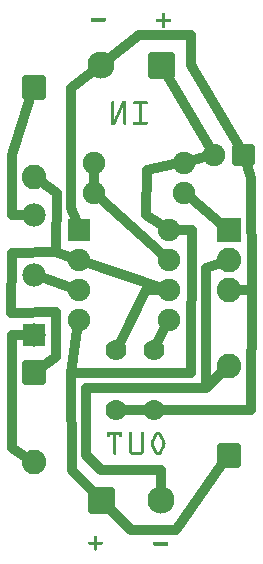
<source format=gbl>
G04 MADE WITH FRITZING*
G04 WWW.FRITZING.ORG*
G04 SINGLE SIDED*
G04 HOLES NOT PLATED*
G04 CONTOUR ON CENTER OF CONTOUR VECTOR*
%ASAXBY*%
%FSLAX23Y23*%
%MOIN*%
%OFA0B0*%
%SFA1.0B1.0*%
%ADD10C,0.075000*%
%ADD11C,0.078000*%
%ADD12C,0.082000*%
%ADD13C,0.070000*%
%ADD14C,0.090551*%
%ADD15R,0.078000X0.078000*%
%ADD16R,0.082000X0.082000*%
%ADD17R,0.075000X0.075000*%
%ADD18C,0.032000*%
%ADD19C,0.020000*%
%ADD20C,0.023622*%
%ADD21R,0.001000X0.001000*%
%LNCOPPER0*%
G90*
G70*
G54D10*
X614Y1309D03*
X314Y1309D03*
G54D11*
X114Y734D03*
X114Y934D03*
X114Y1134D03*
G54D12*
X114Y1559D03*
X114Y1261D03*
X114Y609D03*
X114Y311D03*
X764Y334D03*
X764Y632D03*
X764Y1084D03*
X764Y984D03*
X764Y884D03*
G54D10*
X264Y1084D03*
X564Y1084D03*
X264Y984D03*
X564Y984D03*
X264Y884D03*
X564Y884D03*
X264Y784D03*
X564Y784D03*
G54D13*
X514Y484D03*
X514Y684D03*
X389Y484D03*
X389Y684D03*
G54D10*
X814Y1334D03*
X714Y1334D03*
X314Y1209D03*
X614Y1209D03*
G54D14*
X539Y1634D03*
X339Y1634D03*
X339Y184D03*
X539Y184D03*
G54D15*
X114Y734D03*
G54D16*
X764Y1084D03*
G54D17*
X264Y1084D03*
G54D18*
X839Y484D02*
X546Y484D01*
D02*
X840Y884D02*
X839Y484D01*
D02*
X839Y1259D02*
X840Y884D01*
D02*
X840Y884D02*
X802Y884D01*
D02*
X825Y1302D02*
X839Y1259D01*
D02*
X489Y884D02*
X530Y884D01*
D02*
X403Y713D02*
X489Y884D01*
D02*
X239Y609D02*
X639Y609D01*
D02*
X639Y609D02*
X640Y1084D01*
D02*
X239Y609D02*
X259Y750D01*
D02*
X640Y1084D02*
X598Y1084D01*
D02*
X240Y284D02*
X239Y609D01*
D02*
X312Y211D02*
X240Y284D01*
D02*
X580Y1303D02*
X490Y1284D01*
D02*
X490Y1284D02*
X488Y1134D01*
D02*
X488Y1134D02*
X535Y1103D01*
D02*
X339Y1186D02*
X538Y1007D01*
D02*
X239Y1159D02*
X239Y1559D01*
D02*
X239Y1559D02*
X308Y1611D01*
D02*
X253Y1117D02*
X239Y1159D01*
D02*
X528Y713D02*
X549Y754D01*
D02*
X314Y1243D02*
X314Y1275D01*
D02*
X640Y1187D02*
X735Y1108D01*
D02*
X463Y1734D02*
X369Y1658D01*
D02*
X639Y1734D02*
X463Y1734D01*
D02*
X638Y1634D02*
X639Y1734D01*
D02*
X797Y1364D02*
X638Y1634D01*
D02*
X697Y1364D02*
X558Y1601D01*
D02*
X681Y1326D02*
X647Y1318D01*
D02*
X539Y284D02*
X539Y223D01*
D02*
X339Y284D02*
X539Y284D01*
D02*
X289Y334D02*
X339Y284D01*
D02*
X289Y559D02*
X289Y334D01*
D02*
X689Y559D02*
X289Y559D01*
D02*
X689Y559D02*
X688Y958D01*
D02*
X688Y958D02*
X728Y972D01*
D02*
X737Y606D02*
X689Y559D01*
D02*
X531Y895D02*
X296Y973D01*
D02*
X78Y734D02*
X40Y734D01*
D02*
X40Y734D02*
X40Y358D01*
D02*
X40Y358D02*
X82Y331D01*
D02*
X742Y303D02*
X589Y84D01*
D02*
X589Y84D02*
X439Y84D01*
D02*
X439Y84D02*
X366Y157D01*
D02*
X188Y660D02*
X145Y631D01*
D02*
X188Y810D02*
X188Y660D01*
D02*
X38Y808D02*
X188Y810D01*
D02*
X40Y1008D02*
X38Y808D01*
D02*
X188Y1010D02*
X40Y1008D01*
D02*
X188Y1010D02*
X190Y1208D01*
D02*
X190Y1208D02*
X145Y1240D01*
D02*
X232Y995D02*
X188Y1010D01*
D02*
X231Y895D02*
X148Y923D01*
D02*
X40Y1134D02*
X40Y1334D01*
D02*
X40Y1334D02*
X102Y1523D01*
D02*
X78Y1134D02*
X40Y1134D01*
D02*
X421Y484D02*
X482Y484D01*
G54D19*
X145Y1529D02*
X83Y1529D01*
X83Y1591D01*
X145Y1591D01*
X145Y1529D01*
D02*
X145Y579D02*
X83Y579D01*
X83Y641D01*
X145Y641D01*
X145Y579D01*
D02*
X733Y364D02*
X795Y364D01*
X795Y302D01*
X733Y302D01*
X733Y364D01*
D02*
X786Y1307D02*
X786Y1362D01*
X841Y1362D01*
X841Y1307D01*
X786Y1307D01*
D02*
G54D20*
X572Y1601D02*
X505Y1601D01*
X505Y1668D01*
X572Y1668D01*
X572Y1601D01*
D02*
X305Y218D02*
X372Y218D01*
X372Y151D01*
X305Y151D01*
X305Y218D01*
D02*
G54D21*
X544Y1807D02*
X547Y1807D01*
X543Y1806D02*
X549Y1806D01*
X542Y1805D02*
X550Y1805D01*
X542Y1804D02*
X550Y1804D01*
X541Y1803D02*
X550Y1803D01*
X541Y1802D02*
X550Y1802D01*
X541Y1801D02*
X550Y1801D01*
X541Y1800D02*
X550Y1800D01*
X541Y1799D02*
X550Y1799D01*
X541Y1798D02*
X550Y1798D01*
X541Y1797D02*
X550Y1797D01*
X541Y1796D02*
X550Y1796D01*
X541Y1795D02*
X550Y1795D01*
X541Y1794D02*
X550Y1794D01*
X541Y1793D02*
X550Y1793D01*
X541Y1792D02*
X550Y1792D01*
X307Y1791D02*
X351Y1791D01*
X541Y1791D02*
X550Y1791D01*
X306Y1790D02*
X352Y1790D01*
X541Y1790D02*
X550Y1790D01*
X305Y1789D02*
X353Y1789D01*
X541Y1789D02*
X550Y1789D01*
X305Y1788D02*
X353Y1788D01*
X541Y1788D02*
X550Y1788D01*
X305Y1787D02*
X353Y1787D01*
X524Y1787D02*
X568Y1787D01*
X305Y1786D02*
X353Y1786D01*
X523Y1786D02*
X569Y1786D01*
X305Y1785D02*
X353Y1785D01*
X522Y1785D02*
X570Y1785D01*
X305Y1784D02*
X353Y1784D01*
X522Y1784D02*
X570Y1784D01*
X305Y1783D02*
X353Y1783D01*
X522Y1783D02*
X570Y1783D01*
X305Y1782D02*
X353Y1782D01*
X522Y1782D02*
X570Y1782D01*
X305Y1781D02*
X353Y1781D01*
X522Y1781D02*
X570Y1781D01*
X305Y1780D02*
X353Y1780D01*
X522Y1780D02*
X569Y1780D01*
X306Y1779D02*
X352Y1779D01*
X523Y1779D02*
X569Y1779D01*
X308Y1778D02*
X350Y1778D01*
X525Y1778D02*
X567Y1778D01*
X541Y1777D02*
X550Y1777D01*
X541Y1776D02*
X550Y1776D01*
X541Y1775D02*
X550Y1775D01*
X541Y1774D02*
X550Y1774D01*
X541Y1773D02*
X550Y1773D01*
X541Y1772D02*
X550Y1772D01*
X541Y1771D02*
X550Y1771D01*
X541Y1770D02*
X550Y1770D01*
X541Y1769D02*
X550Y1769D01*
X541Y1768D02*
X550Y1768D01*
X541Y1767D02*
X550Y1767D01*
X541Y1766D02*
X550Y1766D01*
X541Y1765D02*
X550Y1765D01*
X541Y1764D02*
X550Y1764D01*
X541Y1763D02*
X550Y1763D01*
X541Y1762D02*
X550Y1762D01*
X542Y1761D02*
X550Y1761D01*
X542Y1760D02*
X549Y1760D01*
X543Y1759D02*
X549Y1759D01*
X545Y1758D02*
X547Y1758D01*
X375Y1512D02*
X379Y1512D01*
X408Y1512D02*
X421Y1512D01*
X447Y1512D02*
X491Y1512D01*
X374Y1511D02*
X380Y1511D01*
X408Y1511D02*
X421Y1511D01*
X446Y1511D02*
X492Y1511D01*
X373Y1510D02*
X381Y1510D01*
X408Y1510D02*
X421Y1510D01*
X445Y1510D02*
X493Y1510D01*
X372Y1509D02*
X381Y1509D01*
X407Y1509D02*
X421Y1509D01*
X445Y1509D02*
X493Y1509D01*
X372Y1508D02*
X381Y1508D01*
X407Y1508D02*
X421Y1508D01*
X445Y1508D02*
X493Y1508D01*
X372Y1507D02*
X381Y1507D01*
X406Y1507D02*
X421Y1507D01*
X445Y1507D02*
X493Y1507D01*
X372Y1506D02*
X381Y1506D01*
X406Y1506D02*
X421Y1506D01*
X445Y1506D02*
X493Y1506D01*
X372Y1505D02*
X381Y1505D01*
X405Y1505D02*
X421Y1505D01*
X445Y1505D02*
X492Y1505D01*
X372Y1504D02*
X381Y1504D01*
X405Y1504D02*
X421Y1504D01*
X446Y1504D02*
X492Y1504D01*
X372Y1503D02*
X381Y1503D01*
X404Y1503D02*
X421Y1503D01*
X448Y1503D02*
X490Y1503D01*
X372Y1502D02*
X381Y1502D01*
X404Y1502D02*
X421Y1502D01*
X464Y1502D02*
X473Y1502D01*
X372Y1501D02*
X381Y1501D01*
X404Y1501D02*
X421Y1501D01*
X464Y1501D02*
X473Y1501D01*
X372Y1500D02*
X381Y1500D01*
X403Y1500D02*
X421Y1500D01*
X464Y1500D02*
X473Y1500D01*
X372Y1499D02*
X381Y1499D01*
X403Y1499D02*
X421Y1499D01*
X464Y1499D02*
X473Y1499D01*
X372Y1498D02*
X381Y1498D01*
X402Y1498D02*
X421Y1498D01*
X464Y1498D02*
X473Y1498D01*
X372Y1497D02*
X381Y1497D01*
X402Y1497D02*
X421Y1497D01*
X464Y1497D02*
X473Y1497D01*
X372Y1496D02*
X381Y1496D01*
X401Y1496D02*
X421Y1496D01*
X464Y1496D02*
X473Y1496D01*
X372Y1495D02*
X381Y1495D01*
X401Y1495D02*
X421Y1495D01*
X464Y1495D02*
X473Y1495D01*
X372Y1494D02*
X381Y1494D01*
X400Y1494D02*
X421Y1494D01*
X464Y1494D02*
X473Y1494D01*
X372Y1493D02*
X381Y1493D01*
X400Y1493D02*
X410Y1493D01*
X412Y1493D02*
X421Y1493D01*
X464Y1493D02*
X473Y1493D01*
X372Y1492D02*
X381Y1492D01*
X400Y1492D02*
X410Y1492D01*
X412Y1492D02*
X421Y1492D01*
X464Y1492D02*
X473Y1492D01*
X372Y1491D02*
X381Y1491D01*
X399Y1491D02*
X409Y1491D01*
X412Y1491D02*
X421Y1491D01*
X464Y1491D02*
X473Y1491D01*
X372Y1490D02*
X381Y1490D01*
X399Y1490D02*
X409Y1490D01*
X412Y1490D02*
X421Y1490D01*
X464Y1490D02*
X473Y1490D01*
X372Y1489D02*
X381Y1489D01*
X398Y1489D02*
X408Y1489D01*
X412Y1489D02*
X421Y1489D01*
X464Y1489D02*
X473Y1489D01*
X372Y1488D02*
X381Y1488D01*
X398Y1488D02*
X408Y1488D01*
X412Y1488D02*
X421Y1488D01*
X464Y1488D02*
X473Y1488D01*
X372Y1487D02*
X381Y1487D01*
X397Y1487D02*
X408Y1487D01*
X412Y1487D02*
X421Y1487D01*
X464Y1487D02*
X473Y1487D01*
X372Y1486D02*
X381Y1486D01*
X397Y1486D02*
X407Y1486D01*
X412Y1486D02*
X421Y1486D01*
X464Y1486D02*
X473Y1486D01*
X372Y1485D02*
X381Y1485D01*
X397Y1485D02*
X407Y1485D01*
X412Y1485D02*
X421Y1485D01*
X464Y1485D02*
X473Y1485D01*
X372Y1484D02*
X381Y1484D01*
X396Y1484D02*
X406Y1484D01*
X412Y1484D02*
X421Y1484D01*
X464Y1484D02*
X473Y1484D01*
X372Y1483D02*
X381Y1483D01*
X396Y1483D02*
X406Y1483D01*
X412Y1483D02*
X421Y1483D01*
X464Y1483D02*
X473Y1483D01*
X372Y1482D02*
X381Y1482D01*
X395Y1482D02*
X405Y1482D01*
X412Y1482D02*
X421Y1482D01*
X464Y1482D02*
X473Y1482D01*
X372Y1481D02*
X381Y1481D01*
X395Y1481D02*
X405Y1481D01*
X412Y1481D02*
X421Y1481D01*
X464Y1481D02*
X473Y1481D01*
X372Y1480D02*
X381Y1480D01*
X394Y1480D02*
X404Y1480D01*
X412Y1480D02*
X421Y1480D01*
X464Y1480D02*
X473Y1480D01*
X372Y1479D02*
X381Y1479D01*
X394Y1479D02*
X404Y1479D01*
X412Y1479D02*
X421Y1479D01*
X464Y1479D02*
X473Y1479D01*
X372Y1478D02*
X381Y1478D01*
X393Y1478D02*
X404Y1478D01*
X412Y1478D02*
X421Y1478D01*
X464Y1478D02*
X473Y1478D01*
X372Y1477D02*
X381Y1477D01*
X393Y1477D02*
X403Y1477D01*
X412Y1477D02*
X421Y1477D01*
X464Y1477D02*
X473Y1477D01*
X372Y1476D02*
X381Y1476D01*
X393Y1476D02*
X403Y1476D01*
X412Y1476D02*
X421Y1476D01*
X464Y1476D02*
X473Y1476D01*
X372Y1475D02*
X381Y1475D01*
X392Y1475D02*
X402Y1475D01*
X412Y1475D02*
X421Y1475D01*
X464Y1475D02*
X473Y1475D01*
X372Y1474D02*
X381Y1474D01*
X392Y1474D02*
X402Y1474D01*
X412Y1474D02*
X421Y1474D01*
X464Y1474D02*
X473Y1474D01*
X372Y1473D02*
X381Y1473D01*
X391Y1473D02*
X401Y1473D01*
X412Y1473D02*
X421Y1473D01*
X464Y1473D02*
X473Y1473D01*
X372Y1472D02*
X381Y1472D01*
X391Y1472D02*
X401Y1472D01*
X412Y1472D02*
X421Y1472D01*
X464Y1472D02*
X473Y1472D01*
X372Y1471D02*
X381Y1471D01*
X390Y1471D02*
X401Y1471D01*
X412Y1471D02*
X421Y1471D01*
X464Y1471D02*
X473Y1471D01*
X372Y1470D02*
X381Y1470D01*
X390Y1470D02*
X400Y1470D01*
X412Y1470D02*
X421Y1470D01*
X464Y1470D02*
X473Y1470D01*
X372Y1469D02*
X381Y1469D01*
X390Y1469D02*
X400Y1469D01*
X412Y1469D02*
X421Y1469D01*
X464Y1469D02*
X473Y1469D01*
X372Y1468D02*
X381Y1468D01*
X389Y1468D02*
X399Y1468D01*
X412Y1468D02*
X421Y1468D01*
X464Y1468D02*
X473Y1468D01*
X372Y1467D02*
X381Y1467D01*
X389Y1467D02*
X399Y1467D01*
X412Y1467D02*
X421Y1467D01*
X464Y1467D02*
X473Y1467D01*
X372Y1466D02*
X381Y1466D01*
X388Y1466D02*
X398Y1466D01*
X412Y1466D02*
X421Y1466D01*
X464Y1466D02*
X473Y1466D01*
X372Y1465D02*
X381Y1465D01*
X388Y1465D02*
X398Y1465D01*
X412Y1465D02*
X421Y1465D01*
X464Y1465D02*
X473Y1465D01*
X372Y1464D02*
X381Y1464D01*
X387Y1464D02*
X397Y1464D01*
X412Y1464D02*
X421Y1464D01*
X464Y1464D02*
X473Y1464D01*
X372Y1463D02*
X381Y1463D01*
X387Y1463D02*
X397Y1463D01*
X412Y1463D02*
X421Y1463D01*
X464Y1463D02*
X473Y1463D01*
X372Y1462D02*
X381Y1462D01*
X386Y1462D02*
X397Y1462D01*
X412Y1462D02*
X421Y1462D01*
X464Y1462D02*
X473Y1462D01*
X372Y1461D02*
X381Y1461D01*
X386Y1461D02*
X396Y1461D01*
X412Y1461D02*
X421Y1461D01*
X464Y1461D02*
X473Y1461D01*
X372Y1460D02*
X381Y1460D01*
X386Y1460D02*
X396Y1460D01*
X412Y1460D02*
X421Y1460D01*
X464Y1460D02*
X473Y1460D01*
X372Y1459D02*
X381Y1459D01*
X385Y1459D02*
X395Y1459D01*
X412Y1459D02*
X421Y1459D01*
X464Y1459D02*
X473Y1459D01*
X372Y1458D02*
X381Y1458D01*
X385Y1458D02*
X395Y1458D01*
X412Y1458D02*
X421Y1458D01*
X464Y1458D02*
X473Y1458D01*
X372Y1457D02*
X381Y1457D01*
X384Y1457D02*
X394Y1457D01*
X412Y1457D02*
X421Y1457D01*
X464Y1457D02*
X473Y1457D01*
X372Y1456D02*
X381Y1456D01*
X384Y1456D02*
X394Y1456D01*
X412Y1456D02*
X421Y1456D01*
X464Y1456D02*
X473Y1456D01*
X372Y1455D02*
X381Y1455D01*
X383Y1455D02*
X394Y1455D01*
X412Y1455D02*
X421Y1455D01*
X464Y1455D02*
X473Y1455D01*
X372Y1454D02*
X381Y1454D01*
X383Y1454D02*
X393Y1454D01*
X412Y1454D02*
X421Y1454D01*
X464Y1454D02*
X473Y1454D01*
X372Y1453D02*
X393Y1453D01*
X412Y1453D02*
X421Y1453D01*
X464Y1453D02*
X473Y1453D01*
X372Y1452D02*
X392Y1452D01*
X412Y1452D02*
X421Y1452D01*
X464Y1452D02*
X473Y1452D01*
X372Y1451D02*
X392Y1451D01*
X412Y1451D02*
X421Y1451D01*
X464Y1451D02*
X473Y1451D01*
X372Y1450D02*
X391Y1450D01*
X412Y1450D02*
X421Y1450D01*
X464Y1450D02*
X473Y1450D01*
X372Y1449D02*
X391Y1449D01*
X412Y1449D02*
X421Y1449D01*
X464Y1449D02*
X473Y1449D01*
X372Y1448D02*
X390Y1448D01*
X412Y1448D02*
X421Y1448D01*
X464Y1448D02*
X473Y1448D01*
X372Y1447D02*
X390Y1447D01*
X412Y1447D02*
X421Y1447D01*
X464Y1447D02*
X473Y1447D01*
X372Y1446D02*
X390Y1446D01*
X412Y1446D02*
X421Y1446D01*
X464Y1446D02*
X473Y1446D01*
X372Y1445D02*
X389Y1445D01*
X412Y1445D02*
X421Y1445D01*
X464Y1445D02*
X474Y1445D01*
X372Y1444D02*
X389Y1444D01*
X412Y1444D02*
X421Y1444D01*
X447Y1444D02*
X491Y1444D01*
X372Y1443D02*
X388Y1443D01*
X412Y1443D02*
X421Y1443D01*
X446Y1443D02*
X492Y1443D01*
X372Y1442D02*
X388Y1442D01*
X412Y1442D02*
X421Y1442D01*
X445Y1442D02*
X493Y1442D01*
X372Y1441D02*
X387Y1441D01*
X412Y1441D02*
X421Y1441D01*
X445Y1441D02*
X493Y1441D01*
X372Y1440D02*
X387Y1440D01*
X412Y1440D02*
X421Y1440D01*
X445Y1440D02*
X493Y1440D01*
X372Y1439D02*
X386Y1439D01*
X412Y1439D02*
X421Y1439D01*
X445Y1439D02*
X493Y1439D01*
X372Y1438D02*
X386Y1438D01*
X412Y1438D02*
X421Y1438D01*
X445Y1438D02*
X493Y1438D01*
X372Y1437D02*
X386Y1437D01*
X413Y1437D02*
X420Y1437D01*
X445Y1437D02*
X492Y1437D01*
X372Y1436D02*
X385Y1436D01*
X414Y1436D02*
X419Y1436D01*
X446Y1436D02*
X492Y1436D01*
X372Y1435D02*
X385Y1435D01*
X415Y1435D02*
X418Y1435D01*
X448Y1435D02*
X490Y1435D01*
X359Y410D02*
X408Y410D01*
X434Y410D02*
X438Y410D01*
X474Y410D02*
X478Y410D01*
X524Y410D02*
X532Y410D01*
X359Y409D02*
X408Y409D01*
X433Y409D02*
X439Y409D01*
X472Y409D02*
X479Y409D01*
X522Y409D02*
X534Y409D01*
X359Y408D02*
X408Y408D01*
X432Y408D02*
X440Y408D01*
X472Y408D02*
X480Y408D01*
X521Y408D02*
X536Y408D01*
X359Y407D02*
X408Y407D01*
X432Y407D02*
X440Y407D01*
X471Y407D02*
X480Y407D01*
X520Y407D02*
X537Y407D01*
X359Y406D02*
X408Y406D01*
X431Y406D02*
X441Y406D01*
X471Y406D02*
X480Y406D01*
X519Y406D02*
X538Y406D01*
X359Y405D02*
X408Y405D01*
X431Y405D02*
X441Y405D01*
X471Y405D02*
X480Y405D01*
X518Y405D02*
X539Y405D01*
X359Y404D02*
X408Y404D01*
X431Y404D02*
X441Y404D01*
X471Y404D02*
X480Y404D01*
X517Y404D02*
X539Y404D01*
X359Y403D02*
X408Y403D01*
X431Y403D02*
X441Y403D01*
X471Y403D02*
X480Y403D01*
X517Y403D02*
X540Y403D01*
X359Y402D02*
X408Y402D01*
X431Y402D02*
X441Y402D01*
X471Y402D02*
X480Y402D01*
X516Y402D02*
X540Y402D01*
X359Y401D02*
X408Y401D01*
X431Y401D02*
X441Y401D01*
X471Y401D02*
X480Y401D01*
X516Y401D02*
X541Y401D01*
X359Y400D02*
X368Y400D01*
X379Y400D02*
X388Y400D01*
X399Y400D02*
X408Y400D01*
X431Y400D02*
X441Y400D01*
X471Y400D02*
X480Y400D01*
X515Y400D02*
X526Y400D01*
X530Y400D02*
X541Y400D01*
X359Y399D02*
X368Y399D01*
X379Y399D02*
X388Y399D01*
X399Y399D02*
X408Y399D01*
X431Y399D02*
X441Y399D01*
X471Y399D02*
X480Y399D01*
X515Y399D02*
X525Y399D01*
X531Y399D02*
X542Y399D01*
X359Y398D02*
X368Y398D01*
X379Y398D02*
X388Y398D01*
X399Y398D02*
X408Y398D01*
X431Y398D02*
X441Y398D01*
X471Y398D02*
X480Y398D01*
X514Y398D02*
X525Y398D01*
X532Y398D02*
X542Y398D01*
X359Y397D02*
X368Y397D01*
X379Y397D02*
X388Y397D01*
X399Y397D02*
X408Y397D01*
X431Y397D02*
X441Y397D01*
X471Y397D02*
X480Y397D01*
X514Y397D02*
X524Y397D01*
X532Y397D02*
X543Y397D01*
X359Y396D02*
X368Y396D01*
X379Y396D02*
X388Y396D01*
X399Y396D02*
X408Y396D01*
X431Y396D02*
X441Y396D01*
X471Y396D02*
X480Y396D01*
X513Y396D02*
X524Y396D01*
X533Y396D02*
X543Y396D01*
X360Y395D02*
X368Y395D01*
X379Y395D02*
X388Y395D01*
X400Y395D02*
X407Y395D01*
X431Y395D02*
X441Y395D01*
X471Y395D02*
X480Y395D01*
X513Y395D02*
X523Y395D01*
X533Y395D02*
X544Y395D01*
X361Y394D02*
X367Y394D01*
X379Y394D02*
X388Y394D01*
X400Y394D02*
X407Y394D01*
X431Y394D02*
X441Y394D01*
X471Y394D02*
X480Y394D01*
X512Y394D02*
X523Y394D01*
X534Y394D02*
X544Y394D01*
X362Y393D02*
X366Y393D01*
X379Y393D02*
X388Y393D01*
X402Y393D02*
X405Y393D01*
X431Y393D02*
X441Y393D01*
X471Y393D02*
X480Y393D01*
X512Y393D02*
X522Y393D01*
X534Y393D02*
X545Y393D01*
X379Y392D02*
X388Y392D01*
X431Y392D02*
X441Y392D01*
X471Y392D02*
X480Y392D01*
X511Y392D02*
X522Y392D01*
X535Y392D02*
X545Y392D01*
X379Y391D02*
X388Y391D01*
X431Y391D02*
X441Y391D01*
X471Y391D02*
X480Y391D01*
X511Y391D02*
X521Y391D01*
X535Y391D02*
X546Y391D01*
X379Y390D02*
X388Y390D01*
X431Y390D02*
X441Y390D01*
X471Y390D02*
X480Y390D01*
X510Y390D02*
X520Y390D01*
X536Y390D02*
X546Y390D01*
X379Y389D02*
X388Y389D01*
X431Y389D02*
X441Y389D01*
X471Y389D02*
X480Y389D01*
X510Y389D02*
X520Y389D01*
X536Y389D02*
X547Y389D01*
X379Y388D02*
X388Y388D01*
X431Y388D02*
X441Y388D01*
X471Y388D02*
X480Y388D01*
X509Y388D02*
X519Y388D01*
X537Y388D02*
X547Y388D01*
X379Y387D02*
X388Y387D01*
X431Y387D02*
X441Y387D01*
X471Y387D02*
X480Y387D01*
X509Y387D02*
X519Y387D01*
X537Y387D02*
X548Y387D01*
X379Y386D02*
X388Y386D01*
X431Y386D02*
X441Y386D01*
X471Y386D02*
X480Y386D01*
X508Y386D02*
X518Y386D01*
X538Y386D02*
X548Y386D01*
X379Y385D02*
X388Y385D01*
X431Y385D02*
X441Y385D01*
X471Y385D02*
X480Y385D01*
X508Y385D02*
X518Y385D01*
X538Y385D02*
X549Y385D01*
X379Y384D02*
X388Y384D01*
X431Y384D02*
X441Y384D01*
X471Y384D02*
X480Y384D01*
X507Y384D02*
X517Y384D01*
X539Y384D02*
X549Y384D01*
X379Y383D02*
X388Y383D01*
X431Y383D02*
X441Y383D01*
X471Y383D02*
X480Y383D01*
X507Y383D02*
X517Y383D01*
X539Y383D02*
X550Y383D01*
X379Y382D02*
X388Y382D01*
X431Y382D02*
X441Y382D01*
X471Y382D02*
X480Y382D01*
X506Y382D02*
X516Y382D01*
X540Y382D02*
X550Y382D01*
X379Y381D02*
X388Y381D01*
X431Y381D02*
X441Y381D01*
X471Y381D02*
X480Y381D01*
X506Y381D02*
X516Y381D01*
X540Y381D02*
X551Y381D01*
X379Y380D02*
X388Y380D01*
X431Y380D02*
X441Y380D01*
X471Y380D02*
X480Y380D01*
X505Y380D02*
X515Y380D01*
X541Y380D02*
X551Y380D01*
X379Y379D02*
X388Y379D01*
X431Y379D02*
X441Y379D01*
X471Y379D02*
X480Y379D01*
X505Y379D02*
X515Y379D01*
X541Y379D02*
X551Y379D01*
X379Y378D02*
X388Y378D01*
X431Y378D02*
X441Y378D01*
X471Y378D02*
X480Y378D01*
X505Y378D02*
X514Y378D01*
X542Y378D02*
X552Y378D01*
X379Y377D02*
X388Y377D01*
X431Y377D02*
X441Y377D01*
X471Y377D02*
X480Y377D01*
X504Y377D02*
X514Y377D01*
X542Y377D02*
X552Y377D01*
X379Y376D02*
X388Y376D01*
X431Y376D02*
X441Y376D01*
X471Y376D02*
X480Y376D01*
X504Y376D02*
X514Y376D01*
X543Y376D02*
X552Y376D01*
X379Y375D02*
X388Y375D01*
X431Y375D02*
X441Y375D01*
X471Y375D02*
X480Y375D01*
X504Y375D02*
X513Y375D01*
X543Y375D02*
X552Y375D01*
X379Y374D02*
X388Y374D01*
X431Y374D02*
X441Y374D01*
X471Y374D02*
X480Y374D01*
X504Y374D02*
X513Y374D01*
X543Y374D02*
X552Y374D01*
X379Y373D02*
X388Y373D01*
X431Y373D02*
X441Y373D01*
X471Y373D02*
X480Y373D01*
X504Y373D02*
X513Y373D01*
X543Y373D02*
X552Y373D01*
X379Y372D02*
X388Y372D01*
X431Y372D02*
X441Y372D01*
X471Y372D02*
X480Y372D01*
X504Y372D02*
X513Y372D01*
X543Y372D02*
X553Y372D01*
X379Y371D02*
X388Y371D01*
X431Y371D02*
X441Y371D01*
X471Y371D02*
X480Y371D01*
X504Y371D02*
X513Y371D01*
X543Y371D02*
X552Y371D01*
X379Y370D02*
X388Y370D01*
X431Y370D02*
X441Y370D01*
X471Y370D02*
X480Y370D01*
X504Y370D02*
X513Y370D01*
X543Y370D02*
X552Y370D01*
X379Y369D02*
X388Y369D01*
X431Y369D02*
X441Y369D01*
X471Y369D02*
X480Y369D01*
X504Y369D02*
X513Y369D01*
X543Y369D02*
X552Y369D01*
X379Y368D02*
X388Y368D01*
X431Y368D02*
X441Y368D01*
X471Y368D02*
X480Y368D01*
X504Y368D02*
X514Y368D01*
X543Y368D02*
X552Y368D01*
X379Y367D02*
X388Y367D01*
X431Y367D02*
X441Y367D01*
X471Y367D02*
X480Y367D01*
X504Y367D02*
X514Y367D01*
X542Y367D02*
X552Y367D01*
X379Y366D02*
X388Y366D01*
X431Y366D02*
X441Y366D01*
X471Y366D02*
X480Y366D01*
X505Y366D02*
X514Y366D01*
X542Y366D02*
X552Y366D01*
X379Y365D02*
X388Y365D01*
X431Y365D02*
X441Y365D01*
X471Y365D02*
X480Y365D01*
X505Y365D02*
X515Y365D01*
X542Y365D02*
X552Y365D01*
X379Y364D02*
X388Y364D01*
X431Y364D02*
X441Y364D01*
X471Y364D02*
X480Y364D01*
X505Y364D02*
X515Y364D01*
X541Y364D02*
X551Y364D01*
X379Y363D02*
X388Y363D01*
X431Y363D02*
X441Y363D01*
X471Y363D02*
X480Y363D01*
X506Y363D02*
X516Y363D01*
X541Y363D02*
X551Y363D01*
X379Y362D02*
X388Y362D01*
X431Y362D02*
X441Y362D01*
X471Y362D02*
X480Y362D01*
X506Y362D02*
X516Y362D01*
X540Y362D02*
X550Y362D01*
X379Y361D02*
X388Y361D01*
X431Y361D02*
X441Y361D01*
X471Y361D02*
X480Y361D01*
X507Y361D02*
X517Y361D01*
X540Y361D02*
X550Y361D01*
X379Y360D02*
X388Y360D01*
X431Y360D02*
X441Y360D01*
X471Y360D02*
X480Y360D01*
X507Y360D02*
X517Y360D01*
X539Y360D02*
X549Y360D01*
X379Y359D02*
X388Y359D01*
X431Y359D02*
X441Y359D01*
X471Y359D02*
X480Y359D01*
X508Y359D02*
X518Y359D01*
X539Y359D02*
X549Y359D01*
X379Y358D02*
X388Y358D01*
X431Y358D02*
X441Y358D01*
X471Y358D02*
X480Y358D01*
X508Y358D02*
X518Y358D01*
X538Y358D02*
X548Y358D01*
X379Y357D02*
X388Y357D01*
X431Y357D02*
X441Y357D01*
X471Y357D02*
X480Y357D01*
X509Y357D02*
X519Y357D01*
X538Y357D02*
X548Y357D01*
X379Y356D02*
X388Y356D01*
X431Y356D02*
X441Y356D01*
X471Y356D02*
X480Y356D01*
X509Y356D02*
X519Y356D01*
X537Y356D02*
X547Y356D01*
X379Y355D02*
X388Y355D01*
X431Y355D02*
X441Y355D01*
X471Y355D02*
X480Y355D01*
X510Y355D02*
X520Y355D01*
X537Y355D02*
X547Y355D01*
X379Y354D02*
X388Y354D01*
X431Y354D02*
X441Y354D01*
X471Y354D02*
X480Y354D01*
X510Y354D02*
X520Y354D01*
X536Y354D02*
X546Y354D01*
X379Y353D02*
X388Y353D01*
X431Y353D02*
X441Y353D01*
X471Y353D02*
X480Y353D01*
X511Y353D02*
X521Y353D01*
X536Y353D02*
X546Y353D01*
X379Y352D02*
X388Y352D01*
X431Y352D02*
X441Y352D01*
X471Y352D02*
X480Y352D01*
X511Y352D02*
X521Y352D01*
X535Y352D02*
X545Y352D01*
X379Y351D02*
X388Y351D01*
X431Y351D02*
X441Y351D01*
X471Y351D02*
X480Y351D01*
X512Y351D02*
X522Y351D01*
X535Y351D02*
X545Y351D01*
X379Y350D02*
X388Y350D01*
X431Y350D02*
X441Y350D01*
X471Y350D02*
X480Y350D01*
X512Y350D02*
X522Y350D01*
X534Y350D02*
X544Y350D01*
X379Y349D02*
X388Y349D01*
X431Y349D02*
X441Y349D01*
X471Y349D02*
X480Y349D01*
X513Y349D02*
X523Y349D01*
X534Y349D02*
X544Y349D01*
X379Y348D02*
X388Y348D01*
X431Y348D02*
X441Y348D01*
X471Y348D02*
X480Y348D01*
X513Y348D02*
X523Y348D01*
X533Y348D02*
X543Y348D01*
X379Y347D02*
X388Y347D01*
X432Y347D02*
X441Y347D01*
X471Y347D02*
X480Y347D01*
X513Y347D02*
X524Y347D01*
X533Y347D02*
X543Y347D01*
X379Y346D02*
X388Y346D01*
X432Y346D02*
X441Y346D01*
X471Y346D02*
X480Y346D01*
X514Y346D02*
X524Y346D01*
X532Y346D02*
X542Y346D01*
X379Y345D02*
X388Y345D01*
X432Y345D02*
X442Y345D01*
X470Y345D02*
X480Y345D01*
X514Y345D02*
X525Y345D01*
X531Y345D02*
X542Y345D01*
X379Y344D02*
X388Y344D01*
X432Y344D02*
X443Y344D01*
X469Y344D02*
X480Y344D01*
X515Y344D02*
X525Y344D01*
X531Y344D02*
X541Y344D01*
X379Y343D02*
X388Y343D01*
X432Y343D02*
X446Y343D01*
X466Y343D02*
X479Y343D01*
X515Y343D02*
X541Y343D01*
X379Y342D02*
X388Y342D01*
X433Y342D02*
X479Y342D01*
X516Y342D02*
X540Y342D01*
X379Y341D02*
X388Y341D01*
X433Y341D02*
X478Y341D01*
X516Y341D02*
X540Y341D01*
X379Y340D02*
X388Y340D01*
X434Y340D02*
X478Y340D01*
X517Y340D02*
X539Y340D01*
X379Y339D02*
X388Y339D01*
X435Y339D02*
X477Y339D01*
X518Y339D02*
X539Y339D01*
X379Y338D02*
X388Y338D01*
X435Y338D02*
X476Y338D01*
X518Y338D02*
X538Y338D01*
X379Y337D02*
X388Y337D01*
X436Y337D02*
X475Y337D01*
X519Y337D02*
X537Y337D01*
X380Y336D02*
X388Y336D01*
X438Y336D02*
X474Y336D01*
X520Y336D02*
X536Y336D01*
X380Y335D02*
X387Y335D01*
X439Y335D02*
X473Y335D01*
X522Y335D02*
X535Y335D01*
X381Y334D02*
X386Y334D01*
X441Y334D02*
X471Y334D01*
X523Y334D02*
X533Y334D01*
X383Y333D02*
X384Y333D01*
X445Y333D02*
X466Y333D01*
X527Y333D02*
X529Y333D01*
X319Y65D02*
X321Y65D01*
X317Y64D02*
X322Y64D01*
X316Y63D02*
X323Y63D01*
X316Y62D02*
X324Y62D01*
X315Y61D02*
X324Y61D01*
X315Y60D02*
X324Y60D01*
X315Y59D02*
X324Y59D01*
X315Y58D02*
X324Y58D01*
X315Y57D02*
X324Y57D01*
X315Y56D02*
X324Y56D01*
X315Y55D02*
X324Y55D01*
X315Y54D02*
X324Y54D01*
X315Y53D02*
X324Y53D01*
X315Y52D02*
X324Y52D01*
X315Y51D02*
X324Y51D01*
X315Y50D02*
X324Y50D01*
X315Y49D02*
X324Y49D01*
X315Y48D02*
X324Y48D01*
X315Y47D02*
X324Y47D01*
X315Y46D02*
X324Y46D01*
X298Y45D02*
X341Y45D01*
X515Y45D02*
X558Y45D01*
X297Y44D02*
X343Y44D01*
X514Y44D02*
X559Y44D01*
X296Y43D02*
X343Y43D01*
X513Y43D02*
X560Y43D01*
X296Y42D02*
X344Y42D01*
X512Y42D02*
X561Y42D01*
X295Y41D02*
X344Y41D01*
X512Y41D02*
X561Y41D01*
X295Y40D02*
X344Y40D01*
X512Y40D02*
X561Y40D01*
X296Y39D02*
X344Y39D01*
X512Y39D02*
X561Y39D01*
X296Y38D02*
X343Y38D01*
X512Y38D02*
X561Y38D01*
X297Y37D02*
X343Y37D01*
X512Y37D02*
X561Y37D01*
X298Y36D02*
X341Y36D01*
X512Y36D02*
X561Y36D01*
X315Y35D02*
X324Y35D01*
X512Y35D02*
X561Y35D01*
X315Y34D02*
X324Y34D01*
X513Y34D02*
X560Y34D01*
X315Y33D02*
X324Y33D01*
X513Y33D02*
X560Y33D01*
X315Y32D02*
X324Y32D01*
X515Y32D02*
X559Y32D01*
X315Y31D02*
X324Y31D01*
X315Y30D02*
X324Y30D01*
X315Y29D02*
X324Y29D01*
X315Y28D02*
X324Y28D01*
X315Y27D02*
X324Y27D01*
X315Y26D02*
X324Y26D01*
X315Y25D02*
X324Y25D01*
X315Y24D02*
X324Y24D01*
X315Y23D02*
X324Y23D01*
X315Y22D02*
X324Y22D01*
X315Y21D02*
X324Y21D01*
X315Y20D02*
X324Y20D01*
X315Y19D02*
X324Y19D01*
X316Y18D02*
X323Y18D01*
X317Y17D02*
X323Y17D01*
X318Y16D02*
X321Y16D01*
D02*
G04 End of Copper0*
M02*
</source>
